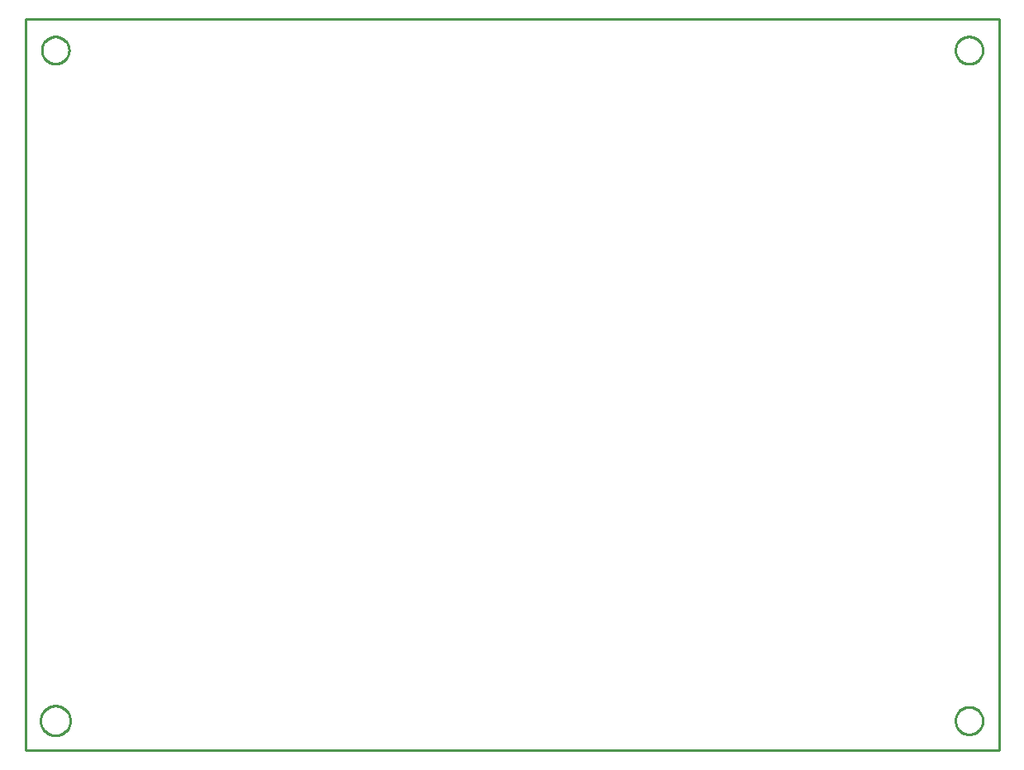
<source format=gbr>
G04 Created by GerbView*
%FSLAX24Y24*%
%MOIN*%
G75*
%ADD10C,0.0010*%
%ADD11C,0.0100*%
%LNEXPORT*%
D02*
D10*
X39250Y29500D02*
YD01*
XD01*
Y29500D01*
X39250D01*
X38600Y1200D02*
X38599Y1213D01*
X38599Y1226D01*
X38598Y1240D01*
X38597Y1253D01*
X38595Y1267D01*
X38594Y1280D01*
X38591Y1294D01*
X38589Y1307D01*
X38586Y1320D01*
X38583Y1333D01*
X38580Y1346D01*
X38576Y1359D01*
X38572Y1372D01*
X38567Y1385D01*
X38563Y1397D01*
X38558Y1410D01*
X38552Y1422D01*
X38547Y1435D01*
X38541Y1447D01*
X38535Y1459D01*
X38528Y1471D01*
X38521Y1482D01*
X38514Y1494D01*
X38507Y1505D01*
X38499Y1516D01*
X38491Y1527D01*
X38483Y1538D01*
X38475Y1548D01*
X38466Y1559D01*
X38457Y1569D01*
X38448Y1579D01*
X38438Y1588D01*
X38429Y1598D01*
X38419Y1607D01*
X38409Y1616D01*
X38398Y1625D01*
X38388Y1633D01*
X38377Y1641D01*
X38366Y1649D01*
X38355Y1657D01*
X38344Y1664D01*
X38332Y1671D01*
X38321Y1678D01*
X38309Y1685D01*
X38297Y1691D01*
X38285Y1697D01*
X38272Y1702D01*
X38260Y1708D01*
X38247Y1713D01*
X38235Y1717D01*
X38222Y1722D01*
X38209Y1726D01*
X38196Y1730D01*
X38183Y1733D01*
X38170Y1736D01*
X38157Y1739D01*
X38144Y1741D01*
X38130Y1744D01*
X38117Y1745D01*
X38103Y1747D01*
X38090Y1748D01*
X38076Y1749D01*
X38063Y1749D01*
X38050Y1750D01*
X38036Y1749D01*
X38023Y1749D01*
X38009Y1748D01*
X37996Y1747D01*
X37982Y1745D01*
X37969Y1744D01*
X37955Y1741D01*
X37942Y1739D01*
X37929Y1736D01*
X37916Y1733D01*
X37903Y1730D01*
X37890Y1726D01*
X37877Y1722D01*
X37864Y1717D01*
X37852Y1713D01*
X37839Y1708D01*
X37827Y1702D01*
X37814Y1697D01*
X37802Y1691D01*
X37790Y1685D01*
X37778Y1678D01*
X37767Y1671D01*
X37755Y1664D01*
X37744Y1657D01*
X37733Y1649D01*
X37722Y1641D01*
X37711Y1633D01*
X37701Y1625D01*
X37690Y1616D01*
X37680Y1607D01*
X37670Y1598D01*
X37661Y1588D01*
X37651Y1579D01*
X37642Y1569D01*
X37633Y1559D01*
X37624Y1548D01*
X37616Y1538D01*
X37608Y1527D01*
X37600Y1516D01*
X37592Y1505D01*
X37585Y1494D01*
X37578Y1482D01*
X37571Y1471D01*
X37564Y1459D01*
X37558Y1447D01*
X37552Y1435D01*
X37547Y1422D01*
X37541Y1410D01*
X37536Y1397D01*
X37532Y1385D01*
X37527Y1372D01*
X37523Y1359D01*
X37519Y1346D01*
X37516Y1333D01*
X37513Y1320D01*
X37510Y1307D01*
X37508Y1294D01*
X37505Y1280D01*
X37504Y1267D01*
X37502Y1253D01*
X37501Y1240D01*
X37500Y1226D01*
X37500Y1213D01*
X37500Y1200D01*
X37500Y1186D01*
X37500Y1173D01*
X37501Y1159D01*
X37502Y1146D01*
X37504Y1132D01*
X37505Y1119D01*
X37508Y1105D01*
X37510Y1092D01*
X37513Y1079D01*
X37516Y1066D01*
X37519Y1053D01*
X37523Y1040D01*
X37527Y1027D01*
X37532Y1014D01*
X37536Y1002D01*
X37541Y989D01*
X37547Y977D01*
X37552Y964D01*
X37558Y952D01*
X37564Y940D01*
X37571Y928D01*
X37578Y917D01*
X37585Y905D01*
X37592Y894D01*
X37600Y883D01*
X37608Y872D01*
X37616Y861D01*
X37624Y851D01*
X37633Y840D01*
X37642Y830D01*
X37651Y820D01*
X37661Y811D01*
X37670Y801D01*
X37680Y792D01*
X37690Y783D01*
X37701Y774D01*
X37711Y766D01*
X37722Y758D01*
X37733Y750D01*
X37744Y742D01*
X37755Y735D01*
X37767Y728D01*
X37778Y721D01*
X37790Y714D01*
X37802Y708D01*
X37814Y702D01*
X37827Y697D01*
X37839Y691D01*
X37852Y686D01*
X37864Y682D01*
X37877Y677D01*
X37890Y673D01*
X37903Y669D01*
X37916Y666D01*
X37929Y663D01*
X37942Y660D01*
X37955Y658D01*
X37969Y655D01*
X37982Y654D01*
X37996Y652D01*
X38009Y651D01*
X38023Y650D01*
X38036Y650D01*
X38050Y650D01*
X38063Y650D01*
X38076Y650D01*
X38090Y651D01*
X38103Y652D01*
X38117Y654D01*
X38130Y655D01*
X38144Y658D01*
X38157Y660D01*
X38170Y663D01*
X38183Y666D01*
X38196Y669D01*
X38209Y673D01*
X38222Y677D01*
X38235Y682D01*
X38247Y686D01*
X38260Y691D01*
X38272Y697D01*
X38285Y702D01*
X38297Y708D01*
X38309Y714D01*
X38321Y721D01*
X38332Y728D01*
X38344Y735D01*
X38355Y742D01*
X38366Y750D01*
X38377Y758D01*
X38388Y766D01*
X38398Y774D01*
X38409Y783D01*
X38419Y792D01*
X38429Y801D01*
X38438Y811D01*
X38448Y820D01*
X38457Y830D01*
X38466Y840D01*
X38475Y851D01*
X38483Y861D01*
X38491Y872D01*
X38499Y883D01*
X38507Y894D01*
X38514Y905D01*
X38521Y917D01*
X38528Y928D01*
X38535Y940D01*
X38541Y952D01*
X38547Y964D01*
X38552Y977D01*
X38558Y989D01*
X38563Y1002D01*
X38567Y1014D01*
X38572Y1027D01*
X38576Y1040D01*
X38580Y1053D01*
X38583Y1066D01*
X38586Y1079D01*
X38589Y1092D01*
X38591Y1105D01*
X38594Y1119D01*
X38595Y1132D01*
X38597Y1146D01*
X38598Y1159D01*
X38599Y1173D01*
X38599Y1186D01*
X38600Y1200D01*
X1800D02*
X1799Y1214D01*
X1799Y1229D01*
X1798Y1244D01*
X1797Y1258D01*
X1795Y1273D01*
X1793Y1288D01*
X1791Y1302D01*
X1788Y1317D01*
X1785Y1331D01*
X1782Y1345D01*
X1778Y1360D01*
X1774Y1374D01*
X1769Y1388D01*
X1764Y1402D01*
X1759Y1415D01*
X1754Y1429D01*
X1748Y1443D01*
X1742Y1456D01*
X1735Y1469D01*
X1729Y1482D01*
X1722Y1495D01*
X1714Y1508D01*
X1706Y1520D01*
X1698Y1533D01*
X1690Y1545D01*
X1681Y1557D01*
X1672Y1569D01*
X1663Y1580D01*
X1654Y1591D01*
X1644Y1602D01*
X1634Y1613D01*
X1624Y1624D01*
X1613Y1634D01*
X1602Y1644D01*
X1591Y1654D01*
X1580Y1663D01*
X1569Y1672D01*
X1557Y1681D01*
X1545Y1690D01*
X1533Y1698D01*
X1520Y1706D01*
X1508Y1714D01*
X1495Y1722D01*
X1482Y1729D01*
X1469Y1735D01*
X1456Y1742D01*
X1443Y1748D01*
X1429Y1754D01*
X1415Y1759D01*
X1402Y1764D01*
X1388Y1769D01*
X1374Y1774D01*
X1360Y1778D01*
X1345Y1782D01*
X1331Y1785D01*
X1317Y1788D01*
X1302Y1791D01*
X1288Y1793D01*
X1273Y1795D01*
X1258Y1797D01*
X1244Y1798D01*
X1229Y1799D01*
X1214Y1799D01*
X1200Y1800D01*
X1185Y1799D01*
X1170Y1799D01*
X1155Y1798D01*
X1141Y1797D01*
X1126Y1795D01*
X1111Y1793D01*
X1097Y1791D01*
X1082Y1788D01*
X1068Y1785D01*
X1054Y1782D01*
X1039Y1778D01*
X1025Y1774D01*
X1011Y1769D01*
X997Y1764D01*
X984Y1759D01*
X970Y1754D01*
X956Y1748D01*
X943Y1742D01*
X930Y1735D01*
X917Y1729D01*
X904Y1722D01*
X891Y1714D01*
X879Y1706D01*
X866Y1698D01*
X854Y1690D01*
X842Y1681D01*
X830Y1672D01*
X819Y1663D01*
X808Y1654D01*
X797Y1644D01*
X786Y1634D01*
X775Y1624D01*
X765Y1613D01*
X755Y1602D01*
X745Y1591D01*
X736Y1580D01*
X727Y1569D01*
X718Y1557D01*
X709Y1545D01*
X701Y1533D01*
X693Y1520D01*
X685Y1508D01*
X677Y1495D01*
X670Y1482D01*
X664Y1469D01*
X657Y1456D01*
X651Y1443D01*
X645Y1429D01*
X640Y1415D01*
X635Y1402D01*
X630Y1388D01*
X625Y1374D01*
X621Y1360D01*
X617Y1345D01*
X614Y1331D01*
X611Y1317D01*
X608Y1302D01*
X606Y1288D01*
X604Y1273D01*
X602Y1258D01*
X601Y1244D01*
X600Y1229D01*
X600Y1214D01*
X600Y1200D01*
X600Y1185D01*
X600Y1170D01*
X601Y1155D01*
X602Y1141D01*
X604Y1126D01*
X606Y1111D01*
X608Y1097D01*
X611Y1082D01*
X614Y1068D01*
X617Y1054D01*
X621Y1039D01*
X625Y1025D01*
X630Y1011D01*
X635Y997D01*
X640Y984D01*
X645Y970D01*
X651Y956D01*
X657Y943D01*
X664Y930D01*
X670Y917D01*
X677Y904D01*
X685Y891D01*
X693Y879D01*
X701Y866D01*
X709Y854D01*
X718Y842D01*
X727Y830D01*
X736Y819D01*
X745Y808D01*
X755Y797D01*
X765Y786D01*
X775Y775D01*
X786Y765D01*
X797Y755D01*
X808Y745D01*
X819Y736D01*
X830Y727D01*
X842Y718D01*
X854Y709D01*
X866Y701D01*
X879Y693D01*
X891Y685D01*
X904Y677D01*
X917Y670D01*
X930Y664D01*
X943Y657D01*
X956Y651D01*
X970Y645D01*
X984Y640D01*
X997Y635D01*
X1011Y630D01*
X1025Y625D01*
X1039Y621D01*
X1054Y617D01*
X1068Y614D01*
X1082Y611D01*
X1097Y608D01*
X1111Y606D01*
X1126Y604D01*
X1141Y602D01*
X1155Y601D01*
X1170Y600D01*
X1185Y600D01*
X1200Y600D01*
X1214Y600D01*
X1229Y600D01*
X1244Y601D01*
X1258Y602D01*
X1273Y604D01*
X1288Y606D01*
X1302Y608D01*
X1317Y611D01*
X1331Y614D01*
X1345Y617D01*
X1360Y621D01*
X1374Y625D01*
X1388Y630D01*
X1402Y635D01*
X1415Y640D01*
X1429Y645D01*
X1443Y651D01*
X1456Y657D01*
X1469Y664D01*
X1482Y670D01*
X1495Y677D01*
X1508Y685D01*
X1520Y693D01*
X1533Y701D01*
X1545Y709D01*
X1557Y718D01*
X1569Y727D01*
X1580Y736D01*
X1591Y745D01*
X1602Y755D01*
X1613Y765D01*
X1624Y775D01*
X1634Y786D01*
X1644Y797D01*
X1654Y808D01*
X1663Y819D01*
X1672Y830D01*
X1681Y842D01*
X1690Y854D01*
X1698Y866D01*
X1706Y879D01*
X1714Y891D01*
X1722Y904D01*
X1729Y917D01*
X1735Y930D01*
X1742Y943D01*
X1748Y956D01*
X1754Y970D01*
X1759Y984D01*
X1764Y997D01*
X1769Y1011D01*
X1774Y1025D01*
X1778Y1039D01*
X1782Y1054D01*
X1785Y1068D01*
X1788Y1082D01*
X1791Y1097D01*
X1793Y1111D01*
X1795Y1126D01*
X1797Y1141D01*
X1798Y1155D01*
X1799Y1170D01*
X1799Y1185D01*
X1800Y1200D01*
X1750Y28250D02*
X1749Y28263D01*
X1749Y28276D01*
X1748Y28290D01*
X1747Y28303D01*
X1745Y28317D01*
X1744Y28330D01*
X1741Y28344D01*
X1739Y28357D01*
X1736Y28370D01*
X1733Y28383D01*
X1730Y28396D01*
X1726Y28409D01*
X1722Y28422D01*
X1717Y28435D01*
X1713Y28447D01*
X1708Y28460D01*
X1702Y28472D01*
X1697Y28485D01*
X1691Y28497D01*
X1685Y28509D01*
X1678Y28521D01*
X1671Y28532D01*
X1664Y28544D01*
X1657Y28555D01*
X1649Y28566D01*
X1641Y28577D01*
X1633Y28588D01*
X1625Y28598D01*
X1616Y28609D01*
X1607Y28619D01*
X1598Y28629D01*
X1588Y28638D01*
X1579Y28648D01*
X1569Y28657D01*
X1559Y28666D01*
X1548Y28675D01*
X1538Y28683D01*
X1527Y28691D01*
X1516Y28699D01*
X1505Y28707D01*
X1494Y28714D01*
X1482Y28721D01*
X1471Y28728D01*
X1459Y28735D01*
X1447Y28741D01*
X1435Y28747D01*
X1422Y28752D01*
X1410Y28758D01*
X1397Y28763D01*
X1385Y28767D01*
X1372Y28772D01*
X1359Y28776D01*
X1346Y28780D01*
X1333Y28783D01*
X1320Y28786D01*
X1307Y28789D01*
X1294Y28791D01*
X1280Y28794D01*
X1267Y28795D01*
X1253Y28797D01*
X1240Y28798D01*
X1226Y28799D01*
X1213Y28799D01*
X1200Y28800D01*
X1186Y28799D01*
X1173Y28799D01*
X1159Y28798D01*
X1146Y28797D01*
X1132Y28795D01*
X1119Y28794D01*
X1105Y28791D01*
X1092Y28789D01*
X1079Y28786D01*
X1066Y28783D01*
X1053Y28780D01*
X1040Y28776D01*
X1027Y28772D01*
X1014Y28767D01*
X1002Y28763D01*
X989Y28758D01*
X977Y28752D01*
X964Y28747D01*
X952Y28741D01*
X940Y28735D01*
X928Y28728D01*
X917Y28721D01*
X905Y28714D01*
X894Y28707D01*
X883Y28699D01*
X872Y28691D01*
X861Y28683D01*
X851Y28675D01*
X840Y28666D01*
X830Y28657D01*
X820Y28648D01*
X811Y28638D01*
X801Y28629D01*
X792Y28619D01*
X783Y28609D01*
X774Y28598D01*
X766Y28588D01*
X758Y28577D01*
X750Y28566D01*
X742Y28555D01*
X735Y28544D01*
X728Y28532D01*
X721Y28521D01*
X714Y28509D01*
X708Y28497D01*
X702Y28485D01*
X697Y28472D01*
X691Y28460D01*
X686Y28447D01*
X682Y28435D01*
X677Y28422D01*
X673Y28409D01*
X669Y28396D01*
X666Y28383D01*
X663Y28370D01*
X660Y28357D01*
X658Y28344D01*
X655Y28330D01*
X654Y28317D01*
X652Y28303D01*
X651Y28290D01*
X650Y28276D01*
X650Y28263D01*
X650Y28250D01*
X650Y28236D01*
X650Y28223D01*
X651Y28209D01*
X652Y28196D01*
X654Y28182D01*
X655Y28169D01*
X658Y28155D01*
X660Y28142D01*
X663Y28129D01*
X666Y28116D01*
X669Y28103D01*
X673Y28090D01*
X677Y28077D01*
X682Y28064D01*
X686Y28052D01*
X691Y28039D01*
X697Y28027D01*
X702Y28014D01*
X708Y28002D01*
X714Y27990D01*
X721Y27978D01*
X728Y27967D01*
X735Y27955D01*
X742Y27944D01*
X750Y27933D01*
X758Y27922D01*
X766Y27911D01*
X774Y27901D01*
X783Y27890D01*
X792Y27880D01*
X801Y27870D01*
X811Y27861D01*
X820Y27851D01*
X830Y27842D01*
X840Y27833D01*
X851Y27824D01*
X861Y27816D01*
X872Y27808D01*
X883Y27800D01*
X894Y27792D01*
X905Y27785D01*
X917Y27778D01*
X928Y27771D01*
X940Y27764D01*
X952Y27758D01*
X964Y27752D01*
X977Y27747D01*
X989Y27741D01*
X1002Y27736D01*
X1014Y27732D01*
X1027Y27727D01*
X1040Y27723D01*
X1053Y27719D01*
X1066Y27716D01*
X1079Y27713D01*
X1092Y27710D01*
X1105Y27708D01*
X1119Y27705D01*
X1132Y27704D01*
X1146Y27702D01*
X1159Y27701D01*
X1173Y27700D01*
X1186Y27700D01*
X1200Y27700D01*
X1213Y27700D01*
X1226Y27700D01*
X1240Y27701D01*
X1253Y27702D01*
X1267Y27704D01*
X1280Y27705D01*
X1294Y27708D01*
X1307Y27710D01*
X1320Y27713D01*
X1333Y27716D01*
X1346Y27719D01*
X1359Y27723D01*
X1372Y27727D01*
X1385Y27732D01*
X1397Y27736D01*
X1410Y27741D01*
X1422Y27747D01*
X1435Y27752D01*
X1447Y27758D01*
X1459Y27764D01*
X1471Y27771D01*
X1482Y27778D01*
X1494Y27785D01*
X1505Y27792D01*
X1516Y27800D01*
X1527Y27808D01*
X1538Y27816D01*
X1548Y27824D01*
X1559Y27833D01*
X1569Y27842D01*
X1579Y27851D01*
X1588Y27861D01*
X1598Y27870D01*
X1607Y27880D01*
X1616Y27890D01*
X1625Y27901D01*
X1633Y27911D01*
X1641Y27922D01*
X1649Y27933D01*
X1657Y27944D01*
X1664Y27955D01*
X1671Y27967D01*
X1678Y27978D01*
X1685Y27990D01*
X1691Y28002D01*
X1697Y28014D01*
X1702Y28027D01*
X1708Y28039D01*
X1713Y28052D01*
X1717Y28064D01*
X1722Y28077D01*
X1726Y28090D01*
X1730Y28103D01*
X1733Y28116D01*
X1736Y28129D01*
X1739Y28142D01*
X1741Y28155D01*
X1744Y28169D01*
X1745Y28182D01*
X1747Y28196D01*
X1748Y28209D01*
X1749Y28223D01*
X1749Y28236D01*
X1750Y28250D01*
X38600D02*
X38599Y28263D01*
X38599Y28276D01*
X38598Y28290D01*
X38597Y28303D01*
X38595Y28317D01*
X38594Y28330D01*
X38591Y28344D01*
X38589Y28357D01*
X38586Y28370D01*
X38583Y28383D01*
X38580Y28396D01*
X38576Y28409D01*
X38572Y28422D01*
X38567Y28435D01*
X38563Y28447D01*
X38558Y28460D01*
X38552Y28472D01*
X38547Y28485D01*
X38541Y28497D01*
X38535Y28509D01*
X38528Y28521D01*
X38521Y28532D01*
X38514Y28544D01*
X38507Y28555D01*
X38499Y28566D01*
X38491Y28577D01*
X38483Y28588D01*
X38475Y28598D01*
X38466Y28609D01*
X38457Y28619D01*
X38448Y28629D01*
X38438Y28638D01*
X38429Y28648D01*
X38419Y28657D01*
X38409Y28666D01*
X38398Y28675D01*
X38388Y28683D01*
X38377Y28691D01*
X38366Y28699D01*
X38355Y28707D01*
X38344Y28714D01*
X38332Y28721D01*
X38321Y28728D01*
X38309Y28735D01*
X38297Y28741D01*
X38285Y28747D01*
X38272Y28752D01*
X38260Y28758D01*
X38247Y28763D01*
X38235Y28767D01*
X38222Y28772D01*
X38209Y28776D01*
X38196Y28780D01*
X38183Y28783D01*
X38170Y28786D01*
X38157Y28789D01*
X38144Y28791D01*
X38130Y28794D01*
X38117Y28795D01*
X38103Y28797D01*
X38090Y28798D01*
X38076Y28799D01*
X38063Y28799D01*
X38050Y28800D01*
X38036Y28799D01*
X38023Y28799D01*
X38009Y28798D01*
X37996Y28797D01*
X37982Y28795D01*
X37969Y28794D01*
X37955Y28791D01*
X37942Y28789D01*
X37929Y28786D01*
X37916Y28783D01*
X37903Y28780D01*
X37890Y28776D01*
X37877Y28772D01*
X37864Y28767D01*
X37852Y28763D01*
X37839Y28758D01*
X37827Y28752D01*
X37814Y28747D01*
X37802Y28741D01*
X37790Y28735D01*
X37778Y28728D01*
X37767Y28721D01*
X37755Y28714D01*
X37744Y28707D01*
X37733Y28699D01*
X37722Y28691D01*
X37711Y28683D01*
X37701Y28675D01*
X37690Y28666D01*
X37680Y28657D01*
X37670Y28648D01*
X37661Y28638D01*
X37651Y28629D01*
X37642Y28619D01*
X37633Y28609D01*
X37624Y28598D01*
X37616Y28588D01*
X37608Y28577D01*
X37600Y28566D01*
X37592Y28555D01*
X37585Y28544D01*
X37578Y28532D01*
X37571Y28521D01*
X37564Y28509D01*
X37558Y28497D01*
X37552Y28485D01*
X37547Y28472D01*
X37541Y28460D01*
X37536Y28447D01*
X37532Y28435D01*
X37527Y28422D01*
X37523Y28409D01*
X37519Y28396D01*
X37516Y28383D01*
X37513Y28370D01*
X37510Y28357D01*
X37508Y28344D01*
X37505Y28330D01*
X37504Y28317D01*
X37502Y28303D01*
X37501Y28290D01*
X37500Y28276D01*
X37500Y28263D01*
X37500Y28250D01*
X37500Y28236D01*
X37500Y28223D01*
X37501Y28209D01*
X37502Y28196D01*
X37504Y28182D01*
X37505Y28169D01*
X37508Y28155D01*
X37510Y28142D01*
X37513Y28129D01*
X37516Y28116D01*
X37519Y28103D01*
X37523Y28090D01*
X37527Y28077D01*
X37532Y28064D01*
X37536Y28052D01*
X37541Y28039D01*
X37547Y28027D01*
X37552Y28014D01*
X37558Y28002D01*
X37564Y27990D01*
X37571Y27978D01*
X37578Y27967D01*
X37585Y27955D01*
X37592Y27944D01*
X37600Y27933D01*
X37608Y27922D01*
X37616Y27911D01*
X37624Y27901D01*
X37633Y27890D01*
X37642Y27880D01*
X37651Y27870D01*
X37661Y27861D01*
X37670Y27851D01*
X37680Y27842D01*
X37690Y27833D01*
X37701Y27824D01*
X37711Y27816D01*
X37722Y27808D01*
X37733Y27800D01*
X37744Y27792D01*
X37755Y27785D01*
X37767Y27778D01*
X37778Y27771D01*
X37790Y27764D01*
X37802Y27758D01*
X37814Y27752D01*
X37827Y27747D01*
X37839Y27741D01*
X37852Y27736D01*
X37864Y27732D01*
X37877Y27727D01*
X37890Y27723D01*
X37903Y27719D01*
X37916Y27716D01*
X37929Y27713D01*
X37942Y27710D01*
X37955Y27708D01*
X37969Y27705D01*
X37982Y27704D01*
X37996Y27702D01*
X38009Y27701D01*
X38023Y27700D01*
X38036Y27700D01*
X38050Y27700D01*
X38063Y27700D01*
X38076Y27700D01*
X38090Y27701D01*
X38103Y27702D01*
X38117Y27704D01*
X38130Y27705D01*
X38144Y27708D01*
X38157Y27710D01*
X38170Y27713D01*
X38183Y27716D01*
X38196Y27719D01*
X38209Y27723D01*
X38222Y27727D01*
X38235Y27732D01*
X38247Y27736D01*
X38260Y27741D01*
X38272Y27747D01*
X38285Y27752D01*
X38297Y27758D01*
X38309Y27764D01*
X38321Y27771D01*
X38332Y27778D01*
X38344Y27785D01*
X38355Y27792D01*
X38366Y27800D01*
X38377Y27808D01*
X38388Y27816D01*
X38398Y27824D01*
X38409Y27833D01*
X38419Y27842D01*
X38429Y27851D01*
X38438Y27861D01*
X38448Y27870D01*
X38457Y27880D01*
X38466Y27890D01*
X38475Y27901D01*
X38483Y27911D01*
X38491Y27922D01*
X38499Y27933D01*
X38507Y27944D01*
X38514Y27955D01*
X38521Y27967D01*
X38528Y27978D01*
X38535Y27990D01*
X38541Y28002D01*
X38547Y28014D01*
X38552Y28027D01*
X38558Y28039D01*
X38563Y28052D01*
X38567Y28064D01*
X38572Y28077D01*
X38576Y28090D01*
X38580Y28103D01*
X38583Y28116D01*
X38586Y28129D01*
X38589Y28142D01*
X38591Y28155D01*
X38594Y28169D01*
X38595Y28182D01*
X38597Y28196D01*
X38598Y28209D01*
X38599Y28223D01*
X38599Y28236D01*
X38600Y28250D01*
D11*
X39250YD02*
XD01*
Y29500D01*
X39250D01*
YD01*
X37500Y1180D02*
X37502Y1141D01*
X37508Y1102D01*
X37516Y1063D01*
X37527Y1026D01*
X37541Y989D01*
X37557Y953D01*
X37576Y919D01*
X37597Y886D01*
X37621Y854D01*
X37647Y825D01*
X37675Y797D01*
X37704Y771D01*
X37736Y747D01*
X37769Y726D01*
X37803Y707D01*
X37839Y691D01*
X37876Y677D01*
X37913Y666D01*
X37952Y658D01*
X37991Y652D01*
X38030Y650D01*
X38069D01*
X38108Y652D01*
X38147Y658D01*
X38186Y666D01*
X38223Y677D01*
X38260Y691D01*
X38296Y707D01*
X38330Y726D01*
X38363Y747D01*
X38395Y771D01*
X38425Y797D01*
X38452Y825D01*
X38478Y854D01*
X38502Y886D01*
X38523Y919D01*
X38542Y953D01*
X38558Y989D01*
X38572Y1026D01*
X38583Y1063D01*
X38591Y1102D01*
X38597Y1141D01*
X38600Y1180D01*
Y1219D01*
X38597Y1258D01*
X38591Y1297D01*
X38583Y1336D01*
X38572Y1373D01*
X38558Y1410D01*
X38542Y1446D01*
X38523Y1480D01*
X38502Y1513D01*
X38478Y1545D01*
X38452Y1575D01*
X38425Y1602D01*
X38395Y1628D01*
X38363Y1652D01*
X38330Y1673D01*
X38296Y1692D01*
X38260Y1708D01*
X38223Y1722D01*
X38186Y1733D01*
X38147Y1741D01*
X38108Y1747D01*
X38069Y1750D01*
X38030D01*
X37991Y1747D01*
X37952Y1741D01*
X37913Y1733D01*
X37876Y1722D01*
X37839Y1708D01*
X37803Y1692D01*
X37769Y1673D01*
X37736Y1652D01*
X37704Y1628D01*
X37675Y1602D01*
X37647Y1575D01*
X37621Y1545D01*
X37597Y1513D01*
X37576Y1480D01*
X37557Y1446D01*
X37541Y1410D01*
X37527Y1373D01*
X37516Y1336D01*
X37508Y1297D01*
X37502Y1258D01*
X37500Y1219D01*
Y1180D01*
X600Y1178D02*
X603Y1135D01*
X609Y1093D01*
X618Y1051D01*
X630Y1010D01*
X645Y970D01*
X663Y931D01*
X683Y893D01*
X706Y857D01*
X732Y823D01*
X760Y790D01*
X790Y760D01*
X823Y732D01*
X857Y706D01*
X893Y683D01*
X931Y663D01*
X970Y645D01*
X1010Y630D01*
X1051Y618D01*
X1093Y609D01*
X1135Y603D01*
X1178Y600D01*
X1221D01*
X1264Y603D01*
X1306Y609D01*
X1348Y618D01*
X1389Y630D01*
X1429Y645D01*
X1468Y663D01*
X1506Y683D01*
X1542Y706D01*
X1576Y732D01*
X1609Y760D01*
X1639Y790D01*
X1667Y823D01*
X1693Y857D01*
X1716Y893D01*
X1736Y931D01*
X1754Y970D01*
X1769Y1010D01*
X1781Y1051D01*
X1790Y1093D01*
X1796Y1135D01*
X1800Y1178D01*
Y1221D01*
X1796Y1264D01*
X1790Y1306D01*
X1781Y1348D01*
X1769Y1389D01*
X1754Y1429D01*
X1736Y1468D01*
X1716Y1506D01*
X1693Y1542D01*
X1667Y1576D01*
X1639Y1609D01*
X1609Y1639D01*
X1576Y1667D01*
X1542Y1693D01*
X1506Y1716D01*
X1468Y1736D01*
X1429Y1754D01*
X1389Y1769D01*
X1348Y1781D01*
X1306Y1790D01*
X1264Y1796D01*
X1221Y1800D01*
X1178D01*
X1135Y1796D01*
X1093Y1790D01*
X1051Y1781D01*
X1010Y1769D01*
X970Y1754D01*
X931Y1736D01*
X893Y1716D01*
X857Y1693D01*
X823Y1667D01*
X790Y1639D01*
X760Y1609D01*
X732Y1576D01*
X706Y1542D01*
X683Y1506D01*
X663Y1468D01*
X645Y1429D01*
X630Y1389D01*
X618Y1348D01*
X609Y1306D01*
X603Y1264D01*
X600Y1221D01*
Y1178D01*
X650Y28230D02*
X652Y28191D01*
X658Y28152D01*
X666Y28113D01*
X677Y28076D01*
X691Y28039D01*
X707Y28003D01*
X726Y27969D01*
X747Y27936D01*
X771Y27904D01*
X797Y27875D01*
X825Y27847D01*
X854Y27821D01*
X886Y27797D01*
X919Y27776D01*
X953Y27757D01*
X989Y27741D01*
X1026Y27727D01*
X1063Y27716D01*
X1102Y27708D01*
X1141Y27702D01*
X1180Y27700D01*
X1219D01*
X1258Y27702D01*
X1297Y27708D01*
X1336Y27716D01*
X1373Y27727D01*
X1410Y27741D01*
X1446Y27757D01*
X1480Y27776D01*
X1513Y27797D01*
X1545Y27821D01*
X1575Y27847D01*
X1602Y27875D01*
X1628Y27904D01*
X1652Y27936D01*
X1673Y27969D01*
X1692Y28003D01*
X1708Y28039D01*
X1722Y28076D01*
X1733Y28113D01*
X1741Y28152D01*
X1747Y28191D01*
X1750Y28230D01*
Y28269D01*
X1747Y28308D01*
X1741Y28347D01*
X1733Y28386D01*
X1722Y28423D01*
X1708Y28460D01*
X1692Y28496D01*
X1673Y28530D01*
X1652Y28563D01*
X1628Y28595D01*
X1602Y28625D01*
X1575Y28652D01*
X1545Y28678D01*
X1513Y28702D01*
X1480Y28723D01*
X1446Y28742D01*
X1410Y28758D01*
X1373Y28772D01*
X1336Y28783D01*
X1297Y28791D01*
X1258Y28797D01*
X1219Y28800D01*
X1180D01*
X1141Y28797D01*
X1102Y28791D01*
X1063Y28783D01*
X1026Y28772D01*
X989Y28758D01*
X953Y28742D01*
X919Y28723D01*
X886Y28702D01*
X854Y28678D01*
X825Y28652D01*
X797Y28625D01*
X771Y28595D01*
X747Y28563D01*
X726Y28530D01*
X707Y28496D01*
X691Y28460D01*
X677Y28423D01*
X666Y28386D01*
X658Y28347D01*
X652Y28308D01*
X650Y28269D01*
Y28230D01*
X37500D02*
X37502Y28191D01*
X37508Y28152D01*
X37516Y28113D01*
X37527Y28076D01*
X37541Y28039D01*
X37557Y28003D01*
X37576Y27969D01*
X37597Y27936D01*
X37621Y27904D01*
X37647Y27875D01*
X37675Y27847D01*
X37704Y27821D01*
X37736Y27797D01*
X37769Y27776D01*
X37803Y27757D01*
X37839Y27741D01*
X37876Y27727D01*
X37913Y27716D01*
X37952Y27708D01*
X37991Y27702D01*
X38030Y27700D01*
X38069D01*
X38108Y27702D01*
X38147Y27708D01*
X38186Y27716D01*
X38223Y27727D01*
X38260Y27741D01*
X38296Y27757D01*
X38330Y27776D01*
X38363Y27797D01*
X38395Y27821D01*
X38425Y27847D01*
X38452Y27875D01*
X38478Y27904D01*
X38502Y27936D01*
X38523Y27969D01*
X38542Y28003D01*
X38558Y28039D01*
X38572Y28076D01*
X38583Y28113D01*
X38591Y28152D01*
X38597Y28191D01*
X38600Y28230D01*
Y28269D01*
X38597Y28308D01*
X38591Y28347D01*
X38583Y28386D01*
X38572Y28423D01*
X38558Y28460D01*
X38542Y28496D01*
X38523Y28530D01*
X38502Y28563D01*
X38478Y28595D01*
X38452Y28625D01*
X38425Y28652D01*
X38395Y28678D01*
X38363Y28702D01*
X38330Y28723D01*
X38296Y28742D01*
X38260Y28758D01*
X38223Y28772D01*
X38186Y28783D01*
X38147Y28791D01*
X38108Y28797D01*
X38069Y28800D01*
X38030D01*
X37991Y28797D01*
X37952Y28791D01*
X37913Y28783D01*
X37876Y28772D01*
X37839Y28758D01*
X37803Y28742D01*
X37769Y28723D01*
X37736Y28702D01*
X37704Y28678D01*
X37675Y28652D01*
X37647Y28625D01*
X37621Y28595D01*
X37597Y28563D01*
X37576Y28530D01*
X37557Y28496D01*
X37541Y28460D01*
X37527Y28423D01*
X37516Y28386D01*
X37508Y28347D01*
X37502Y28308D01*
X37500Y28269D01*
Y28230D01*
D02*
M02*

</source>
